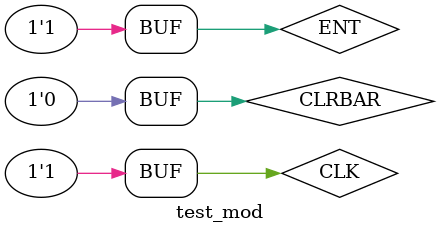
<source format=v>
`timescale 1ns / 1ps

module test_mod;

	reg CLK;
	reg ENT;
	reg CLRBAR;

	wire [15:0] OUT;
	
	mod uut (
		.CLK(CLK), 
		.ENT(ENT), 
		.CLRBAR(CLRBAR), 
		.OUT(OUT)
	);

	initial begin
	
		CLK = 1;
		ENT = 1;
		CLRBAR = 0;

		#1;
        
	end
      always begin #1 CLK=0; #1 CLK=1; end
endmodule


</source>
